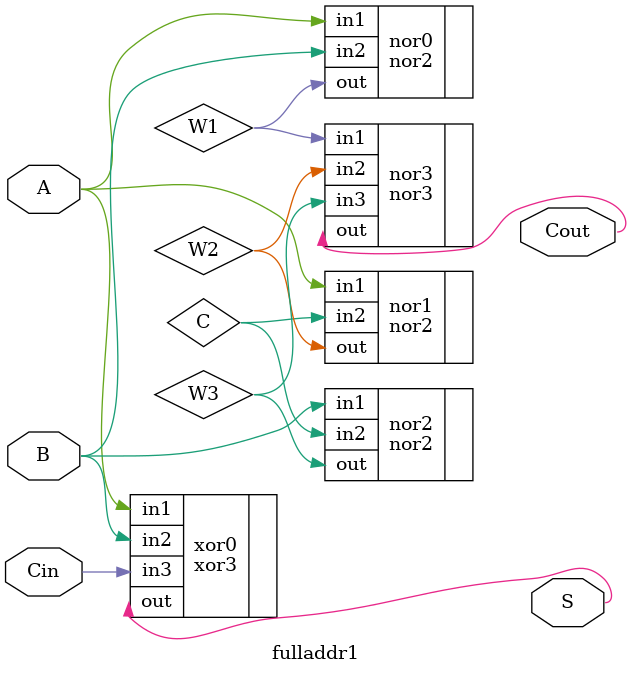
<source format=v>
module fulladdr1(S, Cout, A, B, Cin);

	output S, Cout;
	input A, B, Cin;
	
	wire W1, W2, W3;
	
	xor3 xor0(.out(S),
		  .in1(A), 
		  .in2(B),
		  .in3(Cin));
		  
	nor2 nor0(.out(W1), .in1(A), .in2(B)),
	     nor1(.out(W2), .in1(A), .in2(C)),
	     nor2(.out(W3), .in1(B), .in2(C));
	     
	nor3 nor3(.out(Cout), 
		  .in1(W1), 
		  .in2(W2), 
		  .in3(W3));
		  
endmodule
</source>
